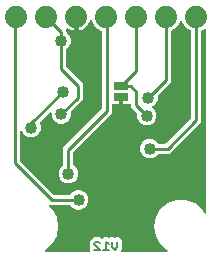
<source format=gbr>
G04 EAGLE Gerber RS-274X export*
G75*
%MOMM*%
%FSLAX34Y34*%
%LPD*%
%INBottom Copper*%
%IPPOS*%
%AMOC8*
5,1,8,0,0,1.08239X$1,22.5*%
G01*
%ADD10C,0.127000*%
%ADD11C,1.879600*%
%ADD12R,1.270000X0.635000*%
%ADD13C,1.016000*%
%ADD14C,0.254000*%

G36*
X74240Y4073D02*
X74240Y4073D01*
X74298Y4071D01*
X74380Y4093D01*
X74463Y4105D01*
X74517Y4128D01*
X74573Y4143D01*
X74646Y4186D01*
X74723Y4221D01*
X74767Y4259D01*
X74818Y4288D01*
X74875Y4350D01*
X74940Y4404D01*
X74972Y4453D01*
X75012Y4496D01*
X75051Y4571D01*
X75097Y4641D01*
X75115Y4697D01*
X75142Y4749D01*
X75153Y4817D01*
X75183Y4912D01*
X75186Y5012D01*
X75197Y5080D01*
X75197Y7241D01*
X75241Y7285D01*
X75276Y7332D01*
X75319Y7372D01*
X75362Y7445D01*
X75412Y7512D01*
X75433Y7567D01*
X75463Y7617D01*
X75483Y7699D01*
X75513Y7778D01*
X75518Y7836D01*
X75533Y7893D01*
X75530Y7977D01*
X75537Y8061D01*
X75525Y8119D01*
X75524Y8177D01*
X75498Y8257D01*
X75481Y8340D01*
X75454Y8392D01*
X75436Y8448D01*
X75396Y8504D01*
X75350Y8592D01*
X75281Y8665D01*
X75241Y8721D01*
X75197Y8765D01*
X75197Y9489D01*
X75197Y11455D01*
X75197Y12961D01*
X76217Y13981D01*
X77652Y15416D01*
X78499Y16263D01*
X80005Y16263D01*
X83839Y16263D01*
X84765Y15336D01*
X84812Y15301D01*
X84852Y15259D01*
X84925Y15216D01*
X84992Y15165D01*
X85047Y15144D01*
X85097Y15115D01*
X85179Y15094D01*
X85258Y15064D01*
X85316Y15059D01*
X85373Y15045D01*
X85457Y15048D01*
X85541Y15041D01*
X85598Y15052D01*
X85657Y15054D01*
X85737Y15080D01*
X85820Y15096D01*
X85872Y15123D01*
X85927Y15141D01*
X85984Y15182D01*
X86072Y15227D01*
X86144Y15296D01*
X86201Y15336D01*
X87127Y16263D01*
X90179Y16263D01*
X90533Y15908D01*
X90580Y15873D01*
X90620Y15831D01*
X90693Y15788D01*
X90760Y15737D01*
X90815Y15717D01*
X90865Y15687D01*
X90947Y15666D01*
X91026Y15636D01*
X91084Y15631D01*
X91141Y15617D01*
X91225Y15620D01*
X91309Y15613D01*
X91367Y15624D01*
X91425Y15626D01*
X91505Y15652D01*
X91588Y15668D01*
X91640Y15695D01*
X91696Y15713D01*
X91752Y15754D01*
X91840Y15799D01*
X91913Y15868D01*
X91969Y15908D01*
X92323Y16263D01*
X95375Y16263D01*
X95419Y16218D01*
X95466Y16183D01*
X95506Y16141D01*
X95579Y16098D01*
X95646Y16047D01*
X95701Y16027D01*
X95751Y15997D01*
X95833Y15976D01*
X95912Y15946D01*
X95970Y15941D01*
X96027Y15927D01*
X96111Y15930D01*
X96195Y15923D01*
X96253Y15934D01*
X96311Y15936D01*
X96391Y15962D01*
X96474Y15979D01*
X96526Y16005D01*
X96582Y16024D01*
X96638Y16064D01*
X96726Y16110D01*
X96799Y16178D01*
X96855Y16218D01*
X96899Y16263D01*
X99951Y16263D01*
X102109Y14105D01*
X102109Y6477D01*
X101430Y5798D01*
X101412Y5774D01*
X101389Y5755D01*
X101327Y5661D01*
X101259Y5571D01*
X101248Y5543D01*
X101232Y5519D01*
X101198Y5411D01*
X101157Y5305D01*
X101155Y5276D01*
X101146Y5248D01*
X101143Y5134D01*
X101134Y5022D01*
X101140Y4993D01*
X101139Y4964D01*
X101167Y4854D01*
X101190Y4743D01*
X101203Y4717D01*
X101211Y4689D01*
X101268Y4591D01*
X101321Y4491D01*
X101341Y4469D01*
X101356Y4444D01*
X101439Y4367D01*
X101516Y4285D01*
X101542Y4270D01*
X101563Y4250D01*
X101664Y4198D01*
X101762Y4141D01*
X101790Y4134D01*
X101816Y4120D01*
X101894Y4107D01*
X102037Y4071D01*
X102100Y4073D01*
X102147Y4065D01*
X139867Y4065D01*
X139940Y4075D01*
X140014Y4075D01*
X140080Y4095D01*
X140149Y4105D01*
X140216Y4135D01*
X140286Y4155D01*
X140345Y4192D01*
X140408Y4221D01*
X140464Y4268D01*
X140526Y4308D01*
X140572Y4360D01*
X140625Y4404D01*
X140666Y4466D01*
X140715Y4521D01*
X140744Y4583D01*
X140783Y4641D01*
X140805Y4711D01*
X140836Y4778D01*
X140848Y4846D01*
X140868Y4912D01*
X140870Y4986D01*
X140882Y5058D01*
X140874Y5127D01*
X140876Y5196D01*
X140857Y5267D01*
X140848Y5341D01*
X140821Y5404D01*
X140804Y5471D01*
X140766Y5535D01*
X140738Y5602D01*
X140699Y5647D01*
X140659Y5716D01*
X140569Y5800D01*
X140520Y5858D01*
X134815Y10644D01*
X130829Y17549D01*
X129445Y25400D01*
X130829Y33251D01*
X134815Y40155D01*
X140922Y45280D01*
X148414Y48007D01*
X156386Y48007D01*
X163878Y45280D01*
X169985Y40156D01*
X171841Y36941D01*
X171853Y36926D01*
X171861Y36908D01*
X171940Y36814D01*
X172016Y36717D01*
X172032Y36706D01*
X172045Y36691D01*
X172147Y36622D01*
X172246Y36551D01*
X172265Y36544D01*
X172281Y36533D01*
X172399Y36496D01*
X172514Y36454D01*
X172534Y36453D01*
X172552Y36447D01*
X172675Y36444D01*
X172798Y36436D01*
X172817Y36441D01*
X172836Y36440D01*
X172955Y36471D01*
X173075Y36498D01*
X173093Y36507D01*
X173111Y36512D01*
X173217Y36574D01*
X173325Y36633D01*
X173339Y36647D01*
X173356Y36657D01*
X173440Y36747D01*
X173527Y36833D01*
X173537Y36850D01*
X173550Y36864D01*
X173606Y36974D01*
X173666Y37081D01*
X173671Y37100D01*
X173680Y37118D01*
X173692Y37190D01*
X173731Y37358D01*
X173729Y37409D01*
X173735Y37449D01*
X173735Y191785D01*
X173719Y191899D01*
X173709Y192013D01*
X173699Y192039D01*
X173695Y192067D01*
X173648Y192172D01*
X173607Y192279D01*
X173591Y192301D01*
X173579Y192326D01*
X173505Y192414D01*
X173436Y192505D01*
X173413Y192522D01*
X173396Y192543D01*
X173300Y192607D01*
X173208Y192675D01*
X173182Y192685D01*
X173159Y192701D01*
X173049Y192735D01*
X172942Y192776D01*
X172914Y192778D01*
X172888Y192786D01*
X172773Y192789D01*
X172659Y192799D01*
X172634Y192793D01*
X172604Y192794D01*
X172347Y192727D01*
X172331Y192723D01*
X170045Y191776D01*
X170044Y191775D01*
X170043Y191775D01*
X169924Y191705D01*
X169801Y191632D01*
X169800Y191631D01*
X169798Y191630D01*
X169701Y191526D01*
X169605Y191425D01*
X169605Y191424D01*
X169604Y191422D01*
X169539Y191297D01*
X169475Y191172D01*
X169475Y191171D01*
X169474Y191169D01*
X169472Y191154D01*
X169420Y190893D01*
X169423Y190863D01*
X169419Y190838D01*
X169419Y113781D01*
X142759Y87121D01*
X133328Y87121D01*
X133241Y87109D01*
X133153Y87106D01*
X133101Y87089D01*
X133046Y87081D01*
X132966Y87046D01*
X132883Y87019D01*
X132844Y86991D01*
X132787Y86965D01*
X132673Y86869D01*
X132610Y86824D01*
X130335Y84549D01*
X127347Y83311D01*
X124113Y83311D01*
X121125Y84549D01*
X118839Y86835D01*
X117601Y89823D01*
X117601Y93057D01*
X118839Y96045D01*
X121125Y98331D01*
X124113Y99569D01*
X127347Y99569D01*
X130335Y98331D01*
X132610Y96056D01*
X132680Y96004D01*
X132743Y95944D01*
X132793Y95918D01*
X132837Y95885D01*
X132919Y95854D01*
X132996Y95814D01*
X133044Y95806D01*
X133103Y95784D01*
X133250Y95772D01*
X133328Y95759D01*
X138761Y95759D01*
X138847Y95771D01*
X138935Y95774D01*
X138987Y95791D01*
X139042Y95799D01*
X139122Y95834D01*
X139205Y95861D01*
X139244Y95889D01*
X139301Y95915D01*
X139415Y96011D01*
X139478Y96056D01*
X160484Y117062D01*
X160499Y117082D01*
X160517Y117097D01*
X160549Y117144D01*
X160596Y117195D01*
X160622Y117245D01*
X160655Y117289D01*
X160668Y117324D01*
X160675Y117334D01*
X160687Y117373D01*
X160726Y117448D01*
X160734Y117496D01*
X160756Y117554D01*
X160760Y117603D01*
X160761Y117605D01*
X160761Y117612D01*
X160768Y117702D01*
X160781Y117779D01*
X160781Y190838D01*
X160781Y190840D01*
X160781Y190841D01*
X160761Y190981D01*
X160741Y191120D01*
X160741Y191121D01*
X160741Y191123D01*
X160684Y191249D01*
X160625Y191379D01*
X160624Y191380D01*
X160623Y191382D01*
X160532Y191489D01*
X160442Y191596D01*
X160440Y191597D01*
X160439Y191598D01*
X160426Y191606D01*
X160205Y191754D01*
X160176Y191763D01*
X160155Y191776D01*
X158049Y192648D01*
X154548Y196149D01*
X153338Y199071D01*
X153323Y199096D01*
X153314Y199124D01*
X153251Y199219D01*
X153193Y199316D01*
X153172Y199336D01*
X153156Y199361D01*
X153069Y199434D01*
X152987Y199511D01*
X152961Y199525D01*
X152938Y199544D01*
X152835Y199590D01*
X152734Y199641D01*
X152705Y199647D01*
X152678Y199659D01*
X152566Y199675D01*
X152455Y199696D01*
X152426Y199694D01*
X152397Y199698D01*
X152285Y199682D01*
X152172Y199672D01*
X152145Y199661D01*
X152115Y199657D01*
X152012Y199611D01*
X151907Y199570D01*
X151883Y199552D01*
X151856Y199540D01*
X151770Y199467D01*
X151680Y199398D01*
X151662Y199375D01*
X151640Y199356D01*
X151598Y199289D01*
X151510Y199171D01*
X151488Y199112D01*
X151462Y199071D01*
X150252Y196149D01*
X146751Y192648D01*
X144645Y191776D01*
X144644Y191775D01*
X144643Y191775D01*
X144524Y191705D01*
X144401Y191632D01*
X144400Y191631D01*
X144398Y191630D01*
X144301Y191526D01*
X144205Y191425D01*
X144205Y191424D01*
X144204Y191422D01*
X144139Y191297D01*
X144075Y191172D01*
X144075Y191171D01*
X144074Y191169D01*
X144072Y191154D01*
X144020Y190893D01*
X144023Y190863D01*
X144019Y190838D01*
X144019Y148071D01*
X132886Y136938D01*
X132834Y136869D01*
X132774Y136805D01*
X132748Y136755D01*
X132715Y136711D01*
X132684Y136630D01*
X132644Y136552D01*
X132636Y136504D01*
X132614Y136446D01*
X132602Y136298D01*
X132589Y136221D01*
X132589Y133003D01*
X131351Y130015D01*
X129065Y127729D01*
X128540Y127511D01*
X128441Y127453D01*
X128339Y127400D01*
X128319Y127381D01*
X128295Y127367D01*
X128216Y127283D01*
X128133Y127204D01*
X128119Y127180D01*
X128100Y127160D01*
X128047Y127058D01*
X127989Y126959D01*
X127982Y126932D01*
X127969Y126907D01*
X127947Y126794D01*
X127919Y126683D01*
X127920Y126656D01*
X127914Y126629D01*
X127924Y126514D01*
X127928Y126399D01*
X127936Y126373D01*
X127939Y126345D01*
X127980Y126238D01*
X128015Y126129D01*
X128030Y126109D01*
X128041Y126080D01*
X128202Y125868D01*
X128210Y125855D01*
X130081Y123985D01*
X131319Y120997D01*
X131319Y117763D01*
X130081Y114775D01*
X127795Y112489D01*
X124807Y111251D01*
X121573Y111251D01*
X118585Y112489D01*
X116299Y114775D01*
X115061Y117763D01*
X115061Y120981D01*
X115049Y121067D01*
X115046Y121155D01*
X115029Y121207D01*
X115021Y121262D01*
X114986Y121342D01*
X114959Y121425D01*
X114931Y121464D01*
X114905Y121521D01*
X114809Y121635D01*
X114764Y121698D01*
X109981Y126481D01*
X109981Y128616D01*
X109974Y128664D01*
X109977Y128713D01*
X109955Y128804D01*
X109941Y128897D01*
X109921Y128942D01*
X109910Y128989D01*
X109864Y129071D01*
X109825Y129157D01*
X109794Y129194D01*
X109770Y129236D01*
X109702Y129302D01*
X109642Y129374D01*
X109601Y129401D01*
X109566Y129435D01*
X109483Y129479D01*
X109405Y129531D01*
X109358Y129546D01*
X109315Y129569D01*
X109223Y129589D01*
X109134Y129617D01*
X109085Y129618D01*
X109037Y129629D01*
X108963Y129621D01*
X108850Y129624D01*
X108766Y129602D01*
X108703Y129596D01*
X108284Y129484D01*
X103187Y129484D01*
X103187Y134628D01*
X103179Y134686D01*
X103180Y134745D01*
X103159Y134826D01*
X103147Y134910D01*
X103123Y134963D01*
X103108Y135020D01*
X103065Y135092D01*
X103031Y135169D01*
X102993Y135214D01*
X102963Y135264D01*
X102901Y135322D01*
X102847Y135386D01*
X102798Y135419D01*
X102756Y135459D01*
X102681Y135497D01*
X102610Y135544D01*
X102555Y135561D01*
X102503Y135588D01*
X102435Y135599D01*
X102339Y135630D01*
X102240Y135632D01*
X102172Y135644D01*
X101028Y135644D01*
X100971Y135635D01*
X100912Y135637D01*
X100830Y135616D01*
X100747Y135604D01*
X100694Y135580D01*
X100637Y135565D01*
X100565Y135522D01*
X100488Y135487D01*
X100443Y135450D01*
X100393Y135420D01*
X100335Y135358D01*
X100271Y135304D01*
X100238Y135255D01*
X100198Y135212D01*
X100160Y135137D01*
X100113Y135067D01*
X100095Y135011D01*
X100069Y134959D01*
X100057Y134891D01*
X100027Y134796D01*
X100025Y134696D01*
X100013Y134628D01*
X100013Y129484D01*
X94996Y129484D01*
X94938Y129476D01*
X94880Y129478D01*
X94798Y129456D01*
X94714Y129444D01*
X94661Y129421D01*
X94605Y129406D01*
X94532Y129363D01*
X94455Y129328D01*
X94410Y129290D01*
X94360Y129261D01*
X94302Y129199D01*
X94238Y129145D01*
X94206Y129096D01*
X94166Y129053D01*
X94127Y128978D01*
X94080Y128908D01*
X94063Y128852D01*
X94036Y128800D01*
X94025Y128732D01*
X93995Y128637D01*
X93992Y128537D01*
X93981Y128469D01*
X93981Y121655D01*
X61512Y89186D01*
X61460Y89117D01*
X61400Y89053D01*
X61374Y89003D01*
X61341Y88959D01*
X61310Y88878D01*
X61270Y88800D01*
X61262Y88752D01*
X61240Y88694D01*
X61228Y88546D01*
X61215Y88469D01*
X61215Y77956D01*
X61227Y77869D01*
X61230Y77782D01*
X61247Y77729D01*
X61255Y77674D01*
X61290Y77594D01*
X61317Y77511D01*
X61345Y77472D01*
X61371Y77415D01*
X61467Y77301D01*
X61512Y77238D01*
X63787Y74963D01*
X65025Y71975D01*
X65025Y68741D01*
X63787Y65753D01*
X61501Y63467D01*
X58513Y62229D01*
X55279Y62229D01*
X52291Y63467D01*
X50005Y65753D01*
X48767Y68741D01*
X48767Y71975D01*
X50005Y74963D01*
X52280Y77238D01*
X52332Y77307D01*
X52392Y77371D01*
X52418Y77421D01*
X52451Y77465D01*
X52482Y77547D01*
X52522Y77625D01*
X52530Y77672D01*
X52552Y77731D01*
X52564Y77878D01*
X52577Y77956D01*
X52577Y92467D01*
X85046Y124936D01*
X85098Y125005D01*
X85158Y125069D01*
X85184Y125119D01*
X85217Y125163D01*
X85248Y125244D01*
X85288Y125322D01*
X85296Y125370D01*
X85318Y125428D01*
X85330Y125576D01*
X85343Y125653D01*
X85343Y190523D01*
X85343Y190524D01*
X85343Y190526D01*
X85323Y190666D01*
X85303Y190804D01*
X85303Y190806D01*
X85303Y190807D01*
X85249Y190926D01*
X85187Y191064D01*
X85186Y191065D01*
X85185Y191066D01*
X85097Y191171D01*
X85004Y191281D01*
X85002Y191281D01*
X85001Y191283D01*
X84988Y191291D01*
X84767Y191438D01*
X84738Y191447D01*
X84717Y191461D01*
X81849Y192648D01*
X78348Y196149D01*
X76831Y199811D01*
X76796Y199871D01*
X76770Y199935D01*
X76724Y199993D01*
X76687Y200056D01*
X76637Y200104D01*
X76594Y200158D01*
X76534Y200201D01*
X76480Y200251D01*
X76419Y200283D01*
X76362Y200323D01*
X76293Y200348D01*
X76227Y200382D01*
X76160Y200395D01*
X76094Y200418D01*
X76021Y200422D01*
X75948Y200437D01*
X75880Y200431D01*
X75811Y200435D01*
X75739Y200419D01*
X75665Y200412D01*
X75601Y200387D01*
X75533Y200372D01*
X75469Y200337D01*
X75400Y200310D01*
X75345Y200268D01*
X75284Y200235D01*
X75232Y200183D01*
X75173Y200139D01*
X75132Y200083D01*
X75083Y200034D01*
X75054Y199979D01*
X75003Y199911D01*
X74962Y199803D01*
X74928Y199737D01*
X74564Y198617D01*
X73711Y196943D01*
X72606Y195422D01*
X71278Y194094D01*
X69757Y192989D01*
X68083Y192136D01*
X66296Y191555D01*
X65531Y191434D01*
X65531Y202184D01*
X65523Y202242D01*
X65525Y202300D01*
X65503Y202382D01*
X65491Y202465D01*
X65467Y202519D01*
X65453Y202575D01*
X65410Y202648D01*
X65375Y202725D01*
X65337Y202769D01*
X65307Y202820D01*
X65246Y202877D01*
X65191Y202942D01*
X65143Y202974D01*
X65100Y203014D01*
X65025Y203053D01*
X64955Y203099D01*
X64899Y203117D01*
X64847Y203144D01*
X64779Y203155D01*
X64684Y203185D01*
X64584Y203188D01*
X64516Y203199D01*
X62484Y203199D01*
X62426Y203191D01*
X62368Y203192D01*
X62286Y203171D01*
X62203Y203159D01*
X62149Y203135D01*
X62093Y203121D01*
X62020Y203078D01*
X61943Y203043D01*
X61898Y203005D01*
X61848Y202975D01*
X61790Y202914D01*
X61726Y202859D01*
X61694Y202811D01*
X61654Y202768D01*
X61615Y202693D01*
X61569Y202623D01*
X61551Y202567D01*
X61524Y202515D01*
X61513Y202447D01*
X61483Y202352D01*
X61480Y202252D01*
X61469Y202184D01*
X61469Y191434D01*
X60704Y191555D01*
X58917Y192136D01*
X57243Y192989D01*
X56731Y193361D01*
X56649Y193404D01*
X56573Y193455D01*
X56524Y193471D01*
X56480Y193494D01*
X56390Y193513D01*
X56302Y193541D01*
X56251Y193542D01*
X56201Y193553D01*
X56110Y193546D01*
X56018Y193548D01*
X55969Y193535D01*
X55918Y193532D01*
X55831Y193500D01*
X55743Y193476D01*
X55699Y193451D01*
X55651Y193433D01*
X55577Y193378D01*
X55498Y193331D01*
X55463Y193294D01*
X55423Y193264D01*
X55367Y193191D01*
X55304Y193124D01*
X55281Y193079D01*
X55250Y193038D01*
X55216Y192953D01*
X55174Y192871D01*
X55167Y192827D01*
X55146Y192774D01*
X55131Y192616D01*
X55119Y192540D01*
X55119Y190478D01*
X55131Y190391D01*
X55134Y190304D01*
X55151Y190251D01*
X55159Y190196D01*
X55194Y190116D01*
X55221Y190033D01*
X55249Y189994D01*
X55275Y189937D01*
X55371Y189823D01*
X55416Y189760D01*
X57691Y187485D01*
X58929Y184497D01*
X58929Y181263D01*
X57691Y178275D01*
X55416Y176000D01*
X55364Y175931D01*
X55304Y175867D01*
X55278Y175817D01*
X55245Y175773D01*
X55214Y175691D01*
X55174Y175613D01*
X55166Y175566D01*
X55144Y175507D01*
X55132Y175360D01*
X55119Y175282D01*
X55119Y160959D01*
X55131Y160873D01*
X55134Y160785D01*
X55151Y160733D01*
X55159Y160678D01*
X55194Y160598D01*
X55221Y160515D01*
X55249Y160476D01*
X55275Y160419D01*
X55371Y160305D01*
X55416Y160242D01*
X69089Y146569D01*
X69089Y132831D01*
X59226Y122968D01*
X59174Y122899D01*
X59114Y122835D01*
X59088Y122785D01*
X59055Y122741D01*
X59024Y122660D01*
X58984Y122582D01*
X58976Y122534D01*
X58954Y122476D01*
X58942Y122328D01*
X58929Y122251D01*
X58929Y119033D01*
X57691Y116045D01*
X55405Y113759D01*
X52417Y112521D01*
X49183Y112521D01*
X46195Y113759D01*
X43909Y116045D01*
X42671Y119033D01*
X42671Y121743D01*
X42667Y121772D01*
X42670Y121801D01*
X42647Y121912D01*
X42631Y122024D01*
X42619Y122051D01*
X42614Y122080D01*
X42562Y122180D01*
X42515Y122284D01*
X42496Y122306D01*
X42483Y122332D01*
X42405Y122414D01*
X42332Y122501D01*
X42307Y122517D01*
X42287Y122538D01*
X42189Y122595D01*
X42095Y122658D01*
X42067Y122667D01*
X42042Y122682D01*
X41932Y122710D01*
X41824Y122744D01*
X41794Y122745D01*
X41766Y122752D01*
X41653Y122748D01*
X41540Y122751D01*
X41511Y122744D01*
X41482Y122743D01*
X41374Y122708D01*
X41265Y122679D01*
X41239Y122664D01*
X41211Y122655D01*
X41148Y122610D01*
X41020Y122534D01*
X40977Y122489D01*
X40938Y122461D01*
X32774Y114296D01*
X32773Y114295D01*
X32772Y114294D01*
X32686Y114179D01*
X32603Y114069D01*
X32603Y114068D01*
X32602Y114067D01*
X32551Y113933D01*
X32502Y113804D01*
X32502Y113802D01*
X32501Y113801D01*
X32490Y113654D01*
X32478Y113520D01*
X32479Y113519D01*
X32479Y113517D01*
X32482Y113502D01*
X32534Y113242D01*
X32548Y113214D01*
X32554Y113190D01*
X33529Y110837D01*
X33529Y107603D01*
X32291Y104615D01*
X30005Y102329D01*
X27017Y101091D01*
X23783Y101091D01*
X20795Y102329D01*
X18509Y104615D01*
X17956Y105950D01*
X17912Y106024D01*
X17877Y106103D01*
X17840Y106146D01*
X17811Y106195D01*
X17749Y106254D01*
X17693Y106320D01*
X17646Y106351D01*
X17605Y106390D01*
X17528Y106430D01*
X17457Y106477D01*
X17403Y106494D01*
X17352Y106520D01*
X17268Y106537D01*
X17186Y106563D01*
X17129Y106564D01*
X17073Y106575D01*
X16988Y106568D01*
X16902Y106570D01*
X16847Y106556D01*
X16790Y106551D01*
X16709Y106520D01*
X16627Y106498D01*
X16578Y106469D01*
X16525Y106449D01*
X16456Y106397D01*
X16382Y106353D01*
X16343Y106312D01*
X16298Y106277D01*
X16246Y106209D01*
X16188Y106146D01*
X16162Y106095D01*
X16128Y106050D01*
X16097Y105969D01*
X16058Y105893D01*
X16050Y105844D01*
X16027Y105784D01*
X16016Y105639D01*
X16003Y105562D01*
X16003Y81203D01*
X16010Y81149D01*
X16009Y81107D01*
X16016Y81082D01*
X16018Y81029D01*
X16035Y80977D01*
X16043Y80922D01*
X16078Y80842D01*
X16080Y80836D01*
X16081Y80832D01*
X16082Y80831D01*
X16105Y80759D01*
X16133Y80720D01*
X16159Y80663D01*
X16255Y80549D01*
X16300Y80486D01*
X44164Y52622D01*
X44233Y52570D01*
X44297Y52510D01*
X44347Y52484D01*
X44391Y52451D01*
X44472Y52420D01*
X44550Y52380D01*
X44598Y52372D01*
X44656Y52350D01*
X44804Y52338D01*
X44881Y52325D01*
X57934Y52325D01*
X58021Y52337D01*
X58108Y52340D01*
X58161Y52357D01*
X58216Y52365D01*
X58296Y52400D01*
X58379Y52427D01*
X58418Y52455D01*
X58475Y52481D01*
X58589Y52577D01*
X58652Y52622D01*
X60927Y54897D01*
X63915Y56135D01*
X67149Y56135D01*
X70137Y54897D01*
X72423Y52611D01*
X73661Y49623D01*
X73661Y46389D01*
X72423Y43401D01*
X70137Y41115D01*
X67149Y39877D01*
X63915Y39877D01*
X60927Y41115D01*
X58652Y43390D01*
X58583Y43442D01*
X58519Y43502D01*
X58469Y43528D01*
X58425Y43561D01*
X58343Y43592D01*
X58265Y43632D01*
X58218Y43640D01*
X58159Y43662D01*
X58012Y43674D01*
X57934Y43687D01*
X41565Y43687D01*
X41492Y43677D01*
X41419Y43677D01*
X41352Y43657D01*
X41284Y43647D01*
X41217Y43617D01*
X41146Y43597D01*
X41088Y43559D01*
X41024Y43531D01*
X40968Y43484D01*
X40906Y43444D01*
X40860Y43392D01*
X40807Y43348D01*
X40767Y43286D01*
X40718Y43231D01*
X40688Y43169D01*
X40650Y43111D01*
X40628Y43041D01*
X40596Y42974D01*
X40585Y42906D01*
X40564Y42840D01*
X40562Y42766D01*
X40550Y42694D01*
X40558Y42625D01*
X40557Y42556D01*
X40575Y42485D01*
X40584Y42411D01*
X40611Y42348D01*
X40629Y42281D01*
X40666Y42217D01*
X40695Y42150D01*
X40733Y42105D01*
X40774Y42036D01*
X40863Y41952D01*
X40913Y41894D01*
X42985Y40156D01*
X46971Y33251D01*
X48355Y25400D01*
X46971Y17549D01*
X42985Y10645D01*
X37280Y5858D01*
X37231Y5803D01*
X37175Y5755D01*
X37136Y5698D01*
X37090Y5646D01*
X37058Y5580D01*
X37017Y5519D01*
X36996Y5453D01*
X36966Y5390D01*
X36954Y5318D01*
X36932Y5248D01*
X36930Y5179D01*
X36918Y5110D01*
X36926Y5037D01*
X36924Y4964D01*
X36942Y4897D01*
X36949Y4828D01*
X36977Y4760D01*
X36996Y4689D01*
X37031Y4629D01*
X37058Y4565D01*
X37104Y4507D01*
X37141Y4444D01*
X37192Y4397D01*
X37235Y4343D01*
X37295Y4300D01*
X37349Y4250D01*
X37410Y4218D01*
X37467Y4178D01*
X37536Y4154D01*
X37602Y4120D01*
X37660Y4110D01*
X37735Y4084D01*
X37857Y4077D01*
X37933Y4065D01*
X74182Y4065D01*
X74240Y4073D01*
G37*
D10*
X98425Y12579D02*
X98425Y8003D01*
X96137Y5715D01*
X93849Y8003D01*
X93849Y12579D01*
X90941Y10291D02*
X88653Y12579D01*
X88653Y5715D01*
X90941Y5715D02*
X86365Y5715D01*
X83457Y5715D02*
X78881Y5715D01*
X83457Y5715D02*
X78881Y10291D01*
X78881Y11435D01*
X80025Y12579D01*
X82313Y12579D01*
X83457Y11435D01*
D11*
X12700Y203200D03*
X38100Y203200D03*
X63500Y203200D03*
X88900Y203200D03*
X114300Y203200D03*
X139700Y203200D03*
X165100Y203200D03*
D12*
X101600Y135200D03*
X101600Y144200D03*
D13*
X65532Y48006D03*
D14*
X11684Y78994D02*
X11684Y202184D01*
X12700Y203200D01*
X42672Y48006D02*
X65532Y48006D01*
X42672Y48006D02*
X11684Y78994D01*
D13*
X50800Y182880D03*
D14*
X50800Y190500D01*
X38100Y203200D01*
X50800Y182880D02*
X50800Y158750D01*
X64770Y144780D01*
X64770Y134620D01*
X50800Y120650D01*
D13*
X50800Y120650D03*
X119888Y48006D03*
X64770Y118110D03*
D14*
X114300Y156900D02*
X114300Y203200D01*
X114300Y156900D02*
X101600Y144200D01*
X109800Y144200D01*
X114300Y139700D01*
X114300Y128270D01*
X123190Y119380D01*
D13*
X123190Y119380D03*
X56896Y70358D03*
D14*
X56896Y90678D01*
X89662Y123444D01*
X89662Y202438D01*
X88900Y203200D01*
D13*
X125730Y91440D03*
D14*
X140970Y91440D01*
X165100Y115570D01*
X165100Y203200D01*
X139700Y203200D02*
X139700Y149860D01*
X124460Y134620D01*
D13*
X124460Y134620D03*
X25400Y109220D03*
D14*
X25400Y113030D01*
X52070Y139700D01*
D13*
X52070Y139700D03*
M02*

</source>
